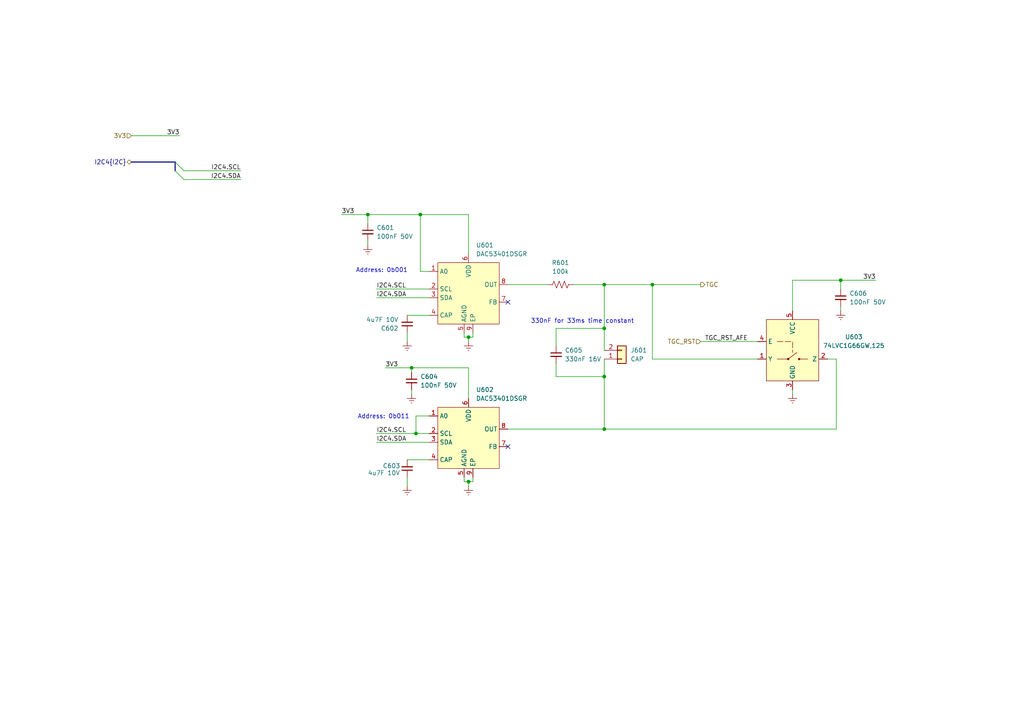
<source format=kicad_sch>
(kicad_sch (version 20250114) (generator "eeschema") (generator_version "9.0")
  (paper "A4")
  (lib_symbols
    (symbol "BR_Capacitors_0402:C_0402_100nF_50V_X7R_10%_AEC-Q200" (pin_numbers (hide yes)) (pin_names (offset 0.254) (hide yes))
      (property "Reference" "C" (at 1.016 1.778 0))
      (property "Value" "100nF 50V" (at 1.016 -1.778 0))
      (symbol "C_0402_100nF_50V_X7R_10%_AEC-Q200_0_1"
        (polyline (pts (xy -1.524 0.508) (xy 1.524 0.508)) (stroke (width 0.3048)))
        (polyline (pts (xy -1.524 -0.508) (xy 1.524 -0.508)) (stroke (width 0.3302)))
      )
      (symbol "C_0402_100nF_50V_X7R_10%_AEC-Q200_1_1"
        (pin passive line (at 0 2.54 270) (length 2.032) (name "~") (number "1"))
        (pin passive line (at 0 -2.54 90) (length 2.032) (name "~") (number "2"))
      )
    )
    (symbol "BR_Capacitors_0402:C_0402_330nF_16V_X7R_10%" (pin_numbers (hide yes)) (pin_names (offset 0.254) (hide yes))
      (property "Reference" "C" (at 1.016 1.778 0))
      (property "Value" "330nF 16V" (at 1.016 -1.778 0))
      (symbol "C_0402_330nF_16V_X7R_10%_0_1"
        (polyline (pts (xy -1.524 0.508) (xy 1.524 0.508)) (stroke (width 0.3048)))
        (polyline (pts (xy -1.524 -0.508) (xy 1.524 -0.508)) (stroke (width 0.3302)))
      )
      (symbol "C_0402_330nF_16V_X7R_10%_1_1"
        (pin passive line (at 0 2.54 270) (length 2.032) (name "~") (number "1"))
        (pin passive line (at 0 -2.54 90) (length 2.032) (name "~") (number "2"))
      )
    )
    (symbol "BR_Capacitors_0402:C_0402_4u7F_10V_X7T_20%" (pin_numbers (hide yes)) (pin_names (offset 0.254) (hide yes))
      (property "Reference" "C" (at 1.016 1.778 0))
      (property "Value" "4u7F 10V" (at 1.016 -1.778 0))
      (symbol "C_0402_4u7F_10V_X7T_20%_0_1"
        (polyline (pts (xy -1.524 0.508) (xy 1.524 0.508)) (stroke (width 0.3048)))
        (polyline (pts (xy -1.524 -0.508) (xy 1.524 -0.508)) (stroke (width 0.3302)))
      )
      (symbol "C_0402_4u7F_10V_X7T_20%_1_1"
        (pin passive line (at 0 2.54 270) (length 2.032) (name "~") (number "1"))
        (pin passive line (at 0 -2.54 90) (length 2.032) (name "~") (number "2"))
      )
    )
    (symbol "BR_Connectors_Header:Header_Socket_SIP_01x02_2.54mm_Vert_PTH" (pin_names (offset 1.016) (hide yes))
      (property "Reference" "J" (at 1.27 1.778 0))
      (property "Value" "LABEL" (at 1.524 -6.604 0))
      (symbol "Header_Socket_SIP_01x02_2.54mm_Vert_PTH_1_1"
        (rectangle (start 0 0) (end 2.54 -5.08) (stroke (width 0.254)) (fill (type background)))
        (rectangle (start 2.54 -1.143) (end 1.27 -1.397) (stroke (width 0.1524)))
        (rectangle (start 2.54 -3.683) (end 1.27 -3.937) (stroke (width 0.1524)))
        (pin passive line (at 6.35 -1.27 180) (length 3.81) (name "Pin_1") (number "1"))
        (pin passive line (at 6.35 -3.81 180) (length 3.81) (name "Pin_2") (number "2"))
      )
    )
    (symbol "BR_IC:74LVC1G66GW,125"
      (property "Reference" "U" (at 19.558 -6.35 0))
      (property "Value" "74LVC1G66GW,125" (at 19.558 -8.382 0))
      (symbol "74LVC1G66GW,125_0_1"
        (rectangle (start -7.62 11.43) (end 7.62 -6.35) (fill (type background)))
        (polyline (pts (xy -4.445 5.08) (xy 0 5.08) (xy 0 1.905)) (stroke (width 0) (type dash)))
        (polyline (pts (xy -4.445 0) (xy -1.27 0) (xy 1.27 1.905)))
        (circle (center -1.27 0) (radius 0.254) (fill (type outline)))
        (polyline (pts (xy 1.905 0) (xy 4.445 0)))
        (circle (center 1.905 0) (radius 0.254) (fill (type outline)))
        (pin bidirectional line (at -10.16 0 0) (length 2.54) (name "Y") (number "1"))
      )
      (symbol "74LVC1G66GW,125_1_1"
        (pin input line (at -10.16 5.08 0) (length 2.54) (name "E") (number "4"))
        (pin power_in line (at 0 13.97 270) (length 2.54) (name "VCC") (number "5"))
        (pin power_in line (at 0 -8.89 90) (length 2.54) (name "GND") (number "3"))
        (pin bidirectional line (at 10.16 0 180) (length 2.54) (name "Z") (number "2"))
      )
    )
    (symbol "BR_IC:DAC53401DSGR"
      (property "Reference" "U" (at 8.636 12.192 0))
      (property "Value" "DAC53401DSGR" (at 15.24 9.906 0))
      (symbol "DAC53401DSGR_0_1"
        (rectangle (start -8.89 8.89) (end 8.89 -8.89) (fill (type background)))
      )
      (symbol "DAC53401DSGR_1_1"
        (pin input line (at -11.43 6.35 0) (length 2.54) (name "A0") (number "1"))
        (pin input line (at -11.43 1.27 0) (length 2.54) (name "SCL") (number "2"))
        (pin bidirectional line (at -11.43 -1.27 0) (length 2.54) (name "SDA") (number "3"))
        (pin input line (at -11.43 -6.35 0) (length 2.54) (name "CAP") (number "4"))
        (pin power_in line (at -1.27 -11.43 90) (length 2.54) (name "AGND") (number "5"))
        (pin power_in line (at 0 11.43 270) (length 2.54) (name "VDD") (number "6"))
        (pin power_in line (at 1.27 -11.43 90) (length 2.54) (name "EP") (number "9"))
        (pin output line (at 11.43 2.54 180) (length 2.54) (name "OUT") (number "8"))
        (pin input line (at 11.43 -2.54 180) (length 2.54) (name "FB") (number "7"))
      )
    )
    (symbol "BR_Resistors_0402:R_0402_100k" (pin_numbers (hide yes)) (pin_names (offset 0) (hide yes))
      (property "Reference" "R" (at 1.524 1.27 0))
      (property "Value" "100k" (at 1.524 -1.27 0))
      (symbol "R_0402_100k_0_1"
        (polyline (pts (xy 0 2.286) (xy 0 2.54)))
        (polyline (pts (xy 0 2.286) (xy 1.016 1.905) (xy 0 1.524) (xy -1.016 1.143) (xy 0 0.762)))
        (polyline (pts (xy 0 0.762) (xy 1.016 0.381) (xy 0 0) (xy -1.016 -0.381) (xy 0 -0.762)))
        (polyline (pts (xy 0 -0.762) (xy 1.016 -1.143) (xy 0 -1.524) (xy -1.016 -1.905) (xy 0 -2.286)))
        (polyline (pts (xy 0 -2.286) (xy 0 -2.54)))
      )
      (symbol "R_0402_100k_1_1"
        (pin passive line (at 0 3.81 270) (length 1.27) (name "~") (number "1"))
        (pin passive line (at 0 -3.81 90) (length 1.27) (name "~") (number "2"))
      )
    )
    (symbol "BR_Virtual_Parts:GND" (power) (pin_numbers (hide yes)) (pin_names (offset 0) (hide yes))
      (property "Value" "GND" (at 0 -3.556 0))
      (symbol "GND_0_1"
        (polyline (pts (xy -0.635 -1.905) (xy 0.635 -1.905)))
        (polyline (pts (xy -0.127 -2.54) (xy 0.127 -2.54)))
        (polyline (pts (xy 0 -1.27) (xy 0 0)))
        (polyline (pts (xy 1.27 -1.27) (xy -1.27 -1.27)))
      )
      (symbol "GND_1_1"
        (pin power_in line (at 0 0 270) (length 0) (hide yes) (name "GNDREF") (number "1"))
      )
    )
  )
  (text "330nF for 33ms time constant" (at 168.91 93.218 0) (effects (font (size 1.27 1.27))))
  (text "Address: 0b001" (at 110.744 78.486 0) (effects (font (size 1.27 1.27))))
  (text "Address: 0b011" (at 111.252 120.904 0) (effects (font (size 1.27 1.27))))
  (junction (at 135.89 97.79))
  (junction (at 175.26 82.55))
  (junction (at 175.26 109.22))
  (junction (at 135.89 139.7))
  (junction (at 175.26 124.46))
  (junction (at 189.23 82.55))
  (junction (at 121.92 62.23))
  (junction (at 120.65 125.73))
  (junction (at 119.38 106.68))
  (junction (at 175.26 95.25))
  (junction (at 106.68 62.23))
  (junction (at 243.84 81.28))
  (no_connect (at 147.32 129.54))
  (no_connect (at 147.32 87.63))
  (bus_entry (at 50.8 49.53) (size 2.54 2.54))
  (bus_entry (at 50.8 46.99) (size 2.54 2.54))
  (wire (pts (xy 106.68 62.23) (xy 121.92 62.23)))
  (wire (pts (xy 175.26 109.22) (xy 175.26 124.46)))
  (wire (pts (xy 240.03 104.14) (xy 242.57 104.14)))
  (wire (pts (xy 53.34 52.07) (xy 69.85 52.07)))
  (wire (pts (xy 243.84 81.28) (xy 229.87 81.28)))
  (wire (pts (xy 243.84 81.28) (xy 243.84 83.82)))
  (wire (pts (xy 229.87 113.03) (xy 229.87 114.3)))
  (wire (pts (xy 53.34 49.53) (xy 69.85 49.53)))
  (wire (pts (xy 134.62 138.43) (xy 134.62 139.7)))
  (wire (pts (xy 111.76 106.68) (xy 119.38 106.68)))
  (wire (pts (xy 175.26 124.46) (xy 242.57 124.46)))
  (wire (pts (xy 203.2 99.06) (xy 219.71 99.06)))
  (wire (pts (xy 135.89 139.7) (xy 135.89 140.97)))
  (wire (pts (xy 161.29 100.33) (xy 161.29 95.25)))
  (wire (pts (xy 254 81.28) (xy 243.84 81.28)))
  (wire (pts (xy 118.11 133.35) (xy 124.46 133.35)))
  (wire (pts (xy 118.11 91.44) (xy 124.46 91.44)))
  (wire (pts (xy 109.22 125.73) (xy 120.65 125.73)))
  (wire (pts (xy 134.62 96.52) (xy 134.62 97.79)))
  (wire (pts (xy 135.89 139.7) (xy 137.16 139.7)))
  (wire (pts (xy 124.46 78.74) (xy 121.92 78.74)))
  (wire (pts (xy 166.37 82.55) (xy 175.26 82.55)))
  (wire (pts (xy 99.06 62.23) (xy 106.68 62.23)))
  (wire (pts (xy 243.84 88.9) (xy 243.84 90.17)))
  (wire (pts (xy 137.16 138.43) (xy 137.16 139.7)))
  (wire (pts (xy 106.68 62.23) (xy 106.68 64.77)))
  (bus (pts (xy 38.1 46.99) (xy 50.8 46.99)))
  (wire (pts (xy 120.65 120.65) (xy 120.65 125.73)))
  (bus (pts (xy 50.8 46.99) (xy 50.8 49.53)))
  (wire (pts (xy 147.32 82.55) (xy 158.75 82.55)))
  (wire (pts (xy 175.26 124.46) (xy 147.32 124.46)))
  (wire (pts (xy 106.68 69.85) (xy 106.68 71.12)))
  (wire (pts (xy 119.38 113.03) (xy 119.38 114.3)))
  (wire (pts (xy 189.23 104.14) (xy 219.71 104.14)))
  (wire (pts (xy 175.26 82.55) (xy 175.26 95.25)))
  (wire (pts (xy 135.89 62.23) (xy 135.89 73.66)))
  (wire (pts (xy 109.22 86.36) (xy 124.46 86.36)))
  (wire (pts (xy 135.89 106.68) (xy 135.89 115.57)))
  (wire (pts (xy 175.26 104.14) (xy 175.26 109.22)))
  (wire (pts (xy 161.29 105.41) (xy 161.29 109.22)))
  (wire (pts (xy 175.26 95.25) (xy 175.26 101.6)))
  (wire (pts (xy 189.23 82.55) (xy 189.23 104.14)))
  (wire (pts (xy 119.38 106.68) (xy 135.89 106.68)))
  (wire (pts (xy 135.89 97.79) (xy 135.89 99.06)))
  (wire (pts (xy 124.46 120.65) (xy 120.65 120.65)))
  (wire (pts (xy 109.22 83.82) (xy 124.46 83.82)))
  (wire (pts (xy 118.11 96.52) (xy 118.11 99.06)))
  (wire (pts (xy 134.62 97.79) (xy 135.89 97.79)))
  (wire (pts (xy 38.1 39.37) (xy 52.07 39.37)))
  (wire (pts (xy 175.26 82.55) (xy 189.23 82.55)))
  (wire (pts (xy 121.92 62.23) (xy 121.92 78.74)))
  (wire (pts (xy 118.11 138.43) (xy 118.11 140.97)))
  (wire (pts (xy 121.92 62.23) (xy 135.89 62.23)))
  (wire (pts (xy 134.62 139.7) (xy 135.89 139.7)))
  (wire (pts (xy 189.23 82.55) (xy 203.2 82.55)))
  (wire (pts (xy 242.57 104.14) (xy 242.57 124.46)))
  (wire (pts (xy 135.89 97.79) (xy 137.16 97.79)))
  (wire (pts (xy 109.22 128.27) (xy 124.46 128.27)))
  (wire (pts (xy 229.87 81.28) (xy 229.87 90.17)))
  (wire (pts (xy 161.29 109.22) (xy 175.26 109.22)))
  (wire (pts (xy 120.65 125.73) (xy 124.46 125.73)))
  (wire (pts (xy 137.16 96.52) (xy 137.16 97.79)))
  (wire (pts (xy 161.29 95.25) (xy 175.26 95.25)))
  (wire (pts (xy 119.38 106.68) (xy 119.38 107.95)))
  (label "3V3" (at 52.07 39.37 180))
  (label "TGC_RST_AFE" (at 204.47 99.06 0))
  (label "3V3" (at 99.06 62.23 0))
  (label "I2C4.SDA" (at 109.22 86.36 0))
  (label "I2C4.SCL" (at 69.85 49.53 180))
  (label "I2C4.SDA" (at 69.85 52.07 180))
  (label "3V3" (at 111.76 106.68 0))
  (label "I2C4.SCL" (at 109.22 125.73 0))
  (label "3V3" (at 254 81.28 180))
  (label "I2C4.SCL" (at 109.22 83.82 0))
  (label "I2C4.SDA" (at 109.22 128.27 0))
  (hierarchical_label "TGC_RST" (shape input) (at 203.2 99.06 180))
  (hierarchical_label "I2C4{I2C}" (shape bidirectional) (at 38.1 46.99 180))
  (hierarchical_label "3V3" (shape input) (at 38.1 39.37 180))
  (hierarchical_label "TGC" (shape output) (at 203.2 82.55 0))
  (symbol (lib_id "BR_Virtual_Parts:GND") (at 118.11 140.97 0) (unit 1)
    (property "Reference" "#PWR0603" (effects (hide yes)))
    (property "Value" "GND" (effects (hide yes)))
  )
  (symbol (lib_id "BR_IC:DAC53401DSGR") (at 135.89 85.09 0) (unit 1)
    (property "Reference" "U601" (at 138.0333 71.12 0) (effects (justify left)))
    (property "Value" "DAC53401DSGR" (at 138.0333 73.66 0) (effects (justify left)))
    (property "Footprint" "BR_SON:WSON-8-1EP_2x2mm_P0.5mm_EP0.9x1.6mm" (effects (hide yes)))
    (property "Datasheet" "https://www.ti.com/lit/ds/symlink/dac53401.pdf?HQS=dis-dk-null-digikeymode-dsf-pf-null-wwe&ts=1751654153747&ref_url=https%253A%252F%252Fmatomo.sctykj.boats%252F" (effects (hide yes)))
    (property "Description" "10 Bit Digital to Analog Converter, I2C Interface, 8-WSON (2x2)" (effects (hide yes)))
    (property "Manufacturer" "Texas Instruments" (effects (hide yes)))
    (property "Manufacturer Part Num" "DAC53401DSGR" (effects (hide yes)))
    (property "BRE Number" "BRE-001241" (effects (hide yes)))
    (property "LCSC Part" "C1855756" (effects (hide yes)))
    (property "JLCPCB Part Num" "C1855756" (effects (hide yes)))
  )
  (symbol (lib_id "BR_Virtual_Parts:GND") (at 135.89 99.06 0) (unit 1)
    (property "Reference" "#PWR0605" (effects (hide yes)))
    (property "Value" "GND" (effects (hide yes)))
  )
  (symbol (lib_id "BR_Capacitors_0402:C_0402_100nF_50V_X7R_10%_AEC-Q200") (at 119.38 110.49 0) (unit 1)
    (property "Reference" "C604" (at 121.92 109.2262 0) (effects (justify left)))
    (property "Value" "100nF 50V" (at 121.92 111.7662 0) (effects (justify left)))
    (property "Footprint" "BR_Passives:C_0402_1005Metric-minimized" (effects (hide yes)))
    (property "Datasheet" "https://search.murata.co.jp/Ceramy/image/img/A01X/G101/ENG/GCM155R71H104KE02-01.pdf" (effects (hide yes)))
    (property "Description" "100nF 50V X7R 10% Ceramic Capacitor 0402 AEC-Q200" (effects (hide yes)))
    (property "Manufacturer" "Murata Electronics" (effects (hide yes)))
    (property "Manufacturer Part Num" "GCM155R71H104KE02D" (effects (hide yes)))
    (property "BRE Number" "BRE-000010" (effects (hide yes)))
    (property "Supplier 1" "DigiKey" (effects (hide yes)))
    (property "Supplier Part Num 1" "490-10672-2-ND" (effects (hide yes)))
    (property "Supplier 2" "Mouser" (effects (hide yes)))
    (property "Supplier Part Num 2" "81-GCM155R71H104KE2D" (effects (hide yes)))
    (property "Supplier 3" "JLCPCB" (effects (hide yes)))
    (property "Supplier Part Num 3" "C85858" (effects (hide yes)))
    (property "JLCPCB Part Num" "C85858" (effects (hide yes)))
  )
  (symbol (lib_id "BR_IC:DAC53401DSGR") (at 135.89 127 0) (unit 1)
    (property "Reference" "U602" (at 138.0333 113.03 0) (effects (justify left)))
    (property "Value" "DAC53401DSGR" (at 138.0333 115.57 0) (effects (justify left)))
    (property "Footprint" "BR_SON:WSON-8-1EP_2x2mm_P0.5mm_EP0.9x1.6mm" (effects (hide yes)))
    (property "Datasheet" "https://www.ti.com/lit/ds/symlink/dac53401.pdf?HQS=dis-dk-null-digikeymode-dsf-pf-null-wwe&ts=1751654153747&ref_url=https%253A%252F%252Fmatomo.sctykj.boats%252F" (effects (hide yes)))
    (property "Description" "10 Bit Digital to Analog Converter, I2C Interface, 8-WSON (2x2)" (effects (hide yes)))
    (property "Manufacturer" "Texas Instruments" (effects (hide yes)))
    (property "Manufacturer Part Num" "DAC53401DSGR" (effects (hide yes)))
    (property "BRE Number" "BRE-001241" (effects (hide yes)))
    (property "LCSC Part" "C1855756" (effects (hide yes)))
    (property "JLCPCB Part Num" "C1855756" (effects (hide yes)))
  )
  (symbol (lib_id "BR_Virtual_Parts:GND") (at 118.11 99.06 0) (unit 1)
    (property "Reference" "#PWR0602" (effects (hide yes)))
    (property "Value" "GND" (effects (hide yes)))
  )
  (symbol (lib_id "BR_Capacitors_0402:C_0402_4u7F_10V_X7T_20%") (at 118.11 135.89 180) (unit 1)
    (property "Reference" "C603" (at 110.998 135.128 0) (effects (justify right)))
    (property "Value" "4u7F 10V" (at 106.68 137.16 0) (effects (justify right)))
    (property "Footprint" "BR_Passives:C_0402_1005Metric-minimized" (effects (hide yes)))
    (property "Datasheet" "https://search.murata.co.jp/Ceramy/image/img/A01X/G101/ENG/GRM155D71A475ME15-01A.pdf" (effects (hide yes)))
    (property "Description" "4.7uF 10V X7T 20% Ceramic Capacitor 0402" (effects (hide yes)))
    (property "Manufacturer" "Murata Electronics" (effects (hide yes)))
    (property "Manufacturer Part Num" "GRM155D71A475ME15J" (effects (hide yes)))
    (property "BRE Number" "BRE-000033" (effects (hide yes)))
    (property "Supplier 1" "DigiKey" (effects (hide yes)))
    (property "Supplier Part Num 1" "490-GRM155D71A475ME15JTR-ND" (effects (hide yes)))
    (property "Supplier 2" "Mouser" (effects (hide yes)))
    (property "Supplier Part Num 2" "81-GRM155D71A475ME5J" (effects (hide yes)))
    (property "Supplier 3" "JLCPCB" (effects (hide yes)))
    (property "Supplier Part Num 3" "C20044523" (effects (hide yes)))
    (property "JLCPCB Part Num" "C20044523" (effects (hide yes)))
  )
  (symbol (lib_id "BR_IC:74LVC1G66GW,125") (at 229.87 104.14 0) (unit 1)
    (property "Reference" "U603" (at 247.65 97.7198 0))
    (property "Value" "74LVC1G66GW,125" (at 247.65 100.2598 0))
    (property "Footprint" "BR_SOT:SOT-353_SC-70-5" (effects (hide yes)))
    (property "Datasheet" "https://assets.nexperia.com/documents/data-sheet/74LVC1G66.pdf" (effects (hide yes)))
    (property "Description" "Analog Switch IC, 1 Circuit IC Switch 1:1, 10Ohm, 5-TSSOP" (effects (hide yes)))
    (property "Manufacturer" "Nexperia USA Inc." (effects (hide yes)))
    (property "Manufacturer Part Num" "74LVC1G66GW,125" (effects (hide yes)))
    (property "BRE Number" "BRE-001264" (effects (hide yes)))
    (property "LCSC Part" "C548020" (effects (hide yes)))
  )
  (symbol (lib_id "BR_Capacitors_0402:C_0402_330nF_16V_X7R_10%") (at 161.29 102.87 0) (unit 1)
    (property "Reference" "C605" (at 163.83 101.6062 0) (effects (justify left)))
    (property "Value" "330nF 16V" (at 163.83 104.1462 0) (effects (justify left)))
    (property "Footprint" "BR_Passives:C_0402_1005Metric-minimized" (effects (hide yes)))
    (property "Datasheet" "https://lcsc.com/datasheet/lcsc_datasheet_2411220213_FH--Guangdong-Fenghua-Advanced-Tech-0402B334K160NT_C301942.pdf" (effects (hide yes)))
    (property "Description" "330nF 16V X7R 10% Ceramic Capacitor 0402" (effects (hide yes)))
    (property "Manufacturer" "FH" (effects (hide yes)))
    (property "Manufacturer Part Num" "0402B334K160NT" (effects (hide yes)))
    (property "BRE Number" "BRE-001238" (effects (hide yes)))
    (property "JLCPCB Part Num" "C301942" (effects (hide yes)))
  )
  (symbol (lib_id "BR_Capacitors_0402:C_0402_4u7F_10V_X7T_20%") (at 118.11 93.98 180) (unit 1)
    (property "Reference" "C602" (at 115.57 95.2438 0) (effects (justify left)))
    (property "Value" "4u7F 10V" (at 115.57 92.7038 0) (effects (justify left)))
    (property "Footprint" "BR_Passives:C_0402_1005Metric-minimized" (effects (hide yes)))
    (property "Datasheet" "https://search.murata.co.jp/Ceramy/image/img/A01X/G101/ENG/GRM155D71A475ME15-01A.pdf" (effects (hide yes)))
    (property "Description" "4.7uF 10V X7T 20% Ceramic Capacitor 0402" (effects (hide yes)))
    (property "Manufacturer" "Murata Electronics" (effects (hide yes)))
    (property "Manufacturer Part Num" "GRM155D71A475ME15J" (effects (hide yes)))
    (property "BRE Number" "BRE-000033" (effects (hide yes)))
    (property "Supplier 1" "DigiKey" (effects (hide yes)))
    (property "Supplier Part Num 1" "490-GRM155D71A475ME15JTR-ND" (effects (hide yes)))
    (property "Supplier 2" "Mouser" (effects (hide yes)))
    (property "Supplier Part Num 2" "81-GRM155D71A475ME5J" (effects (hide yes)))
    (property "Supplier 3" "JLCPCB" (effects (hide yes)))
    (property "Supplier Part Num 3" "C20044523" (effects (hide yes)))
    (property "JLCPCB Part Num" "C20044523" (effects (hide yes)))
  )
  (symbol (lib_id "BR_Virtual_Parts:GND") (at 119.38 114.3 0) (unit 1)
    (property "Reference" "#PWR0604" (effects (hide yes)))
    (property "Value" "GND" (effects (hide yes)))
  )
  (symbol (lib_id "BR_Capacitors_0402:C_0402_100nF_50V_X7R_10%_AEC-Q200") (at 106.68 67.31 0) (unit 1)
    (property "Reference" "C601" (at 109.22 66.0462 0) (effects (justify left)))
    (property "Value" "100nF 50V" (at 109.22 68.5862 0) (effects (justify left)))
    (property "Footprint" "BR_Passives:C_0402_1005Metric-minimized" (effects (hide yes)))
    (property "Datasheet" "https://search.murata.co.jp/Ceramy/image/img/A01X/G101/ENG/GCM155R71H104KE02-01.pdf" (effects (hide yes)))
    (property "Description" "100nF 50V X7R 10% Ceramic Capacitor 0402 AEC-Q200" (effects (hide yes)))
    (property "Manufacturer" "Murata Electronics" (effects (hide yes)))
    (property "Manufacturer Part Num" "GCM155R71H104KE02D" (effects (hide yes)))
    (property "BRE Number" "BRE-000010" (effects (hide yes)))
    (property "Supplier 1" "DigiKey" (effects (hide yes)))
    (property "Supplier Part Num 1" "490-10672-2-ND" (effects (hide yes)))
    (property "Supplier 2" "Mouser" (effects (hide yes)))
    (property "Supplier Part Num 2" "81-GCM155R71H104KE2D" (effects (hide yes)))
    (property "Supplier 3" "JLCPCB" (effects (hide yes)))
    (property "Supplier Part Num 3" "C85858" (effects (hide yes)))
    (property "JLCPCB Part Num" "C85858" (effects (hide yes)))
  )
  (symbol (lib_id "BR_Virtual_Parts:GND") (at 229.87 114.3 0) (unit 1)
    (property "Reference" "#PWR0607" (effects (hide yes)))
    (property "Value" "GND" (effects (hide yes)))
  )
  (symbol (lib_id "BR_Virtual_Parts:GND") (at 106.68 71.12 0) (unit 1)
    (property "Reference" "#PWR0601" (effects (hide yes)))
    (property "Value" "GND" (effects (hide yes)))
  )
  (symbol (lib_id "BR_Connectors_Header:Header_Socket_SIP_01x02_2.54mm_Vert_PTH") (at 181.61 105.41 180) (unit 1)
    (property "Reference" "J601" (at 182.88 101.5999 0) (effects (justify right)))
    (property "Value" "CAP" (at 182.88 104.1399 0) (effects (justify right)))
    (property "Footprint" "BR_Connectors:PinHeader_1x02_P2.54mm_Vertical" (effects (hide yes)))
    (property "Datasheet" "https://lcsc.com/datasheet/lcsc_datasheet_2409302203_XFCN-MF254V-11-02-0743_C2889984.pdf" (effects (hide yes)))
    (property "Description" "Header Socket 01x02 2.54mm Vertical PTH" (effects (hide yes)))
    (property "Manufacturer" "XFCN" (effects (hide yes)))
    (property "Manufacturer Part Num" "MF254V-11-02-0743" (effects (hide yes)))
    (property "BRE Number" "BRE-001260" (effects (hide yes)))
    (property "JLCPCB Part Num" "C2889984" (effects (hide yes)))
  )
  (symbol (lib_id "BR_Capacitors_0402:C_0402_100nF_50V_X7R_10%_AEC-Q200") (at 243.84 86.36 0) (unit 1)
    (property "Reference" "C606" (at 246.38 85.0962 0) (effects (justify left)))
    (property "Value" "100nF 50V" (at 246.38 87.6362 0) (effects (justify left)))
    (property "Footprint" "BR_Passives:C_0402_1005Metric-minimized" (effects (hide yes)))
    (property "Datasheet" "https://search.murata.co.jp/Ceramy/image/img/A01X/G101/ENG/GCM155R71H104KE02-01.pdf" (effects (hide yes)))
    (property "Description" "100nF 50V X7R 10% Ceramic Capacitor 0402 AEC-Q200" (effects (hide yes)))
    (property "Manufacturer" "Murata Electronics" (effects (hide yes)))
    (property "Manufacturer Part Num" "GCM155R71H104KE02D" (effects (hide yes)))
    (property "BRE Number" "BRE-000010" (effects (hide yes)))
    (property "Supplier 1" "DigiKey" (effects (hide yes)))
    (property "Supplier Part Num 1" "490-10672-2-ND" (effects (hide yes)))
    (property "Supplier 2" "Mouser" (effects (hide yes)))
    (property "Supplier Part Num 2" "81-GCM155R71H104KE2D" (effects (hide yes)))
    (property "Supplier 3" "JLCPCB" (effects (hide yes)))
    (property "Supplier Part Num 3" "C85858" (effects (hide yes)))
    (property "JLCPCB Part Num" "C85858" (effects (hide yes)))
  )
  (symbol (lib_id "BR_Virtual_Parts:GND") (at 135.89 140.97 0) (unit 1)
    (property "Reference" "#PWR0606" (effects (hide yes)))
    (property "Value" "GND" (effects (hide yes)))
  )
  (symbol (lib_id "BR_Virtual_Parts:GND") (at 243.84 90.17 0) (unit 1)
    (property "Reference" "#PWR0608" (effects (hide yes)))
    (property "Value" "GND" (effects (hide yes)))
  )
  (symbol (lib_id "BR_Resistors_0402:R_0402_100k") (at 162.56 82.55 90) (unit 1)
    (property "Reference" "R601" (at 162.56 76.2 90))
    (property "Value" "100k" (at 162.56 78.74 90))
    (property "Footprint" "BR_Passives:C_0402_1005Metric-minimized" (effects (hide yes)))
    (property "Datasheet" "https://www.yageo.com/upload/media/product/productsearch/datasheet/rchip/PYu-RC_Group_51_RoHS_L_12.pdf" (effects (hide yes)))
    (property "Description" "100k 1% 100ppm 62.5mW Thick Film Resistor 0402" (effects (hide yes)))
    (property "Manufacturer" "YAGEO" (effects (hide yes)))
    (property "Manufacturer Part Num" "RC0402FR-07100KL" (effects (hide yes)))
    (property "BRE Number" "BRE-000290" (effects (hide yes)))
    (property "Supplier 1" "DigiKey" (effects (hide yes)))
    (property "Supplier Part Num 1" "311-100KLRCT-ND" (effects (hide yes)))
    (property "Supplier 2" "DigiKey" (effects (hide yes)))
    (property "Supplier Part Num 2" "311-100KLRTR-ND" (effects (hide yes)))
    (property "Supplier 3" "JLCPCB" (effects (hide yes)))
    (property "Supplier Part Num 3" "C60491" (effects (hide yes)))
    (property "JLCPCB Part Num" "C60491" (effects (hide yes)))
  )
)
</source>
